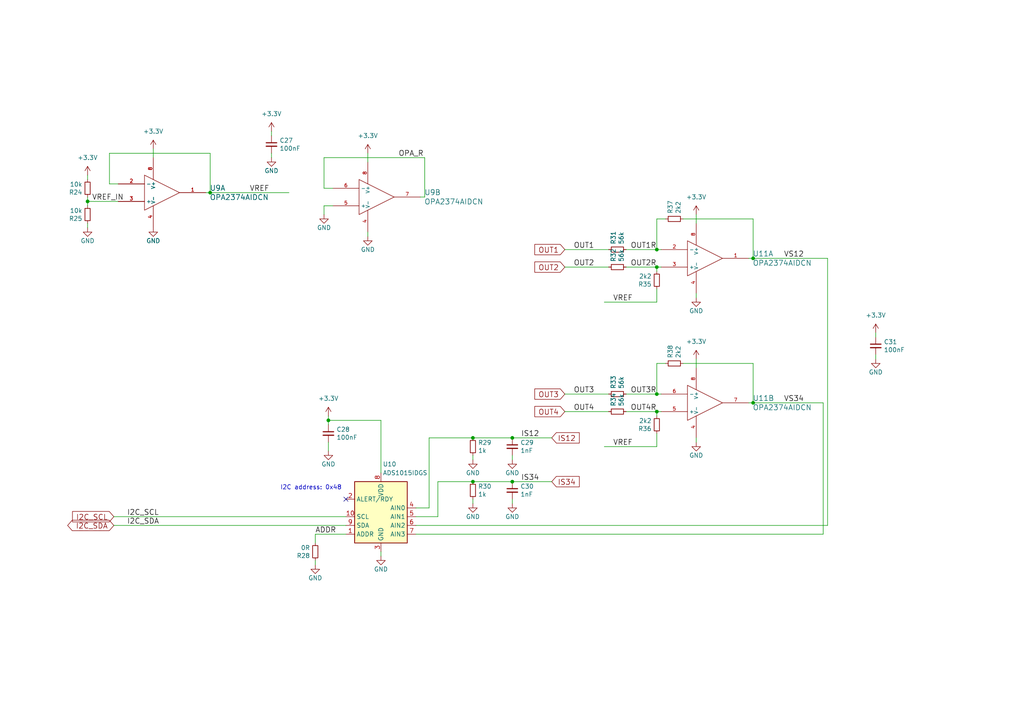
<source format=kicad_sch>
(kicad_sch (version 20211123) (generator eeschema)
  (paper "A4")
  (title_block (title "CyphalRobotController07/CAN") (date "2024-01-25") (rev "0.2") (company "generationmake") (comment 4 "This documentation describes Open Hardware and is licensed under the CERN OHL v. 1.2."))
  (lib_symbols
    (symbol "Analog_ADC:ADS1015IDGS"
      (property "Reference" "U" (at 2.54 13.97 0))
      (property "Value" "ADS1015IDGS" (at 7.62 11.43 0))
      (symbol "ADS1015IDGS_0_1"
        (rectangle (start -7.62 10.16) (end 7.62 -7.62) (stroke (width 0.254)) (fill (type background)))
      )
      (symbol "ADS1015IDGS_1_1"
        (pin input line (at 10.16 -5.08 180) (length 2.54) (name "ADDR") (number "1"))
        (pin input line (at 10.16 0 180) (length 2.54) (name "SCL") (number "10"))
        (pin output line (at 10.16 5.08 180) (length 2.54) (name "ALERT/RDY") (number "2"))
        (pin power_in line (at 0 -10.16 90) (length 2.54) (name "GND") (number "3"))
        (pin input line (at -10.16 2.54 0) (length 2.54) (name "AIN0") (number "4"))
        (pin input line (at -10.16 0 0) (length 2.54) (name "AIN1") (number "5"))
        (pin input line (at -10.16 -2.54 0) (length 2.54) (name "AIN2") (number "6"))
        (pin input line (at -10.16 -5.08 0) (length 2.54) (name "AIN3") (number "7"))
        (pin power_in line (at 0 12.7 270) (length 2.54) (name "VDD") (number "8"))
        (pin bidirectional line (at 10.16 -2.54 180) (length 2.54) (name "SDA") (number "9"))
      )
    )
    (symbol "Device:C_Small" (pin_numbers hide) (pin_names (offset 0.254) hide)
      (property "Reference" "C" (at 0.254 1.778 0))
      (property "Value" "C_Small" (at 0.254 -2.032 0))
      (symbol "C_Small_0_1"
        (polyline (pts (xy -1.524 -0.508) (xy 1.524 -0.508)) (stroke (width 0.3302)))
        (polyline (pts (xy -1.524 0.508) (xy 1.524 0.508)) (stroke (width 0.3048)))
      )
      (symbol "C_Small_1_1"
        (pin passive line (at 0 2.54 270) (length 2.032) (name "~") (number "1"))
        (pin passive line (at 0 -2.54 90) (length 2.032) (name "~") (number "2"))
      )
    )
    (symbol "Device:R_Small" (pin_numbers hide) (pin_names (offset 0.254) hide)
      (property "Reference" "R" (at 0.762 0.508 0))
      (property "Value" "R_Small" (at 0.762 -1.016 0))
      (symbol "R_Small_0_1"
        (rectangle (start -0.762 1.778) (end 0.762 -1.778) (stroke (width 0.2032)))
      )
      (symbol "R_Small_1_1"
        (pin passive line (at 0 2.54 270) (length 0.762) (name "~") (number "1"))
        (pin passive line (at 0 -2.54 90) (length 0.762) (name "~") (number "2"))
      )
    )
    (symbol "OpenCyphalRobotController07-rescue:OPA2374AIDCN-opamps"
      (property "Reference" "U" (at -1.27 5.08 0))
      (property "Value" "OPA2374AIDCN-opamps" (at -1.27 -6.35 0))
      (symbol "OPA2374AIDCN-opamps_0_1"
        (polyline (pts (xy -5.08 5.08) (xy 5.08 0) (xy -5.08 -5.08) (xy -5.08 5.08)) (stroke (width 0.1524)))
        (pin power_in line (at -2.54 -10.16 90) (length 6.35) (name "V-") (number "4"))
        (pin power_in line (at -2.54 10.16 270) (length 6.35) (name "V+") (number "8"))
      )
      (symbol "OPA2374AIDCN-opamps_1_1"
        (pin output line (at 12.7 0 180) (length 7.62) (name "~") (number "1"))
        (pin input line (at -12.7 2.54 0) (length 7.62) (name "-") (number "2"))
        (pin input line (at -12.7 -2.54 0) (length 7.62) (name "+") (number "3"))
      )
      (symbol "OPA2374AIDCN-opamps_2_1"
        (pin input line (at -12.7 -2.54 0) (length 7.62) (name "+") (number "5"))
        (pin input line (at -12.7 2.54 0) (length 7.62) (name "-") (number "6"))
        (pin output line (at 12.7 0 180) (length 7.62) (name "~") (number "7"))
      )
    )
    (symbol "power:+3.3V" (power) (pin_names (offset 0))
      (property "Value" "+3.3V" (at 0 3.556 0))
      (symbol "+3.3V_0_1"
        (polyline (pts (xy -0.762 1.27) (xy 0 2.54)))
        (polyline (pts (xy 0 0) (xy 0 2.54)))
        (polyline (pts (xy 0 2.54) (xy 0.762 1.27)))
      )
      (symbol "+3.3V_1_1"
        (pin power_in line (at 0 0 90) (length 0) hide (name "+3.3V") (number "1"))
      )
    )
    (symbol "power:GND" (power) (pin_names (offset 0))
      (property "Value" "GND" (at 0 -3.81 0))
      (symbol "GND_0_1"
        (polyline (pts (xy 0 0) (xy 0 -1.27) (xy 1.27 -1.27) (xy 0 -2.54) (xy -1.27 -1.27) (xy 0 -1.27)))
      )
      (symbol "GND_1_1"
        (pin power_in line (at 0 0 270) (length 0) hide (name "GND") (number "1"))
      )
    )
  )
  (junction (at 137.16 139.7))
  (junction (at 218.44 116.84))
  (junction (at 95.25 121.92))
  (junction (at 25.4 58.42))
  (junction (at 60.96 55.88))
  (junction (at 190.5 72.39))
  (junction (at 218.44 74.93))
  (junction (at 190.5 77.47))
  (junction (at 137.16 127))
  (junction (at 190.5 114.3))
  (junction (at 190.5 119.38))
  (junction (at 148.59 139.7))
  (junction (at 148.59 127))
  (no_connect (at 100.33 144.78))
  (wire (pts (xy 60.96 44.45) (xy 60.96 55.88)))
  (wire (pts (xy 201.93 106.68) (xy 201.93 104.14)))
  (wire (pts (xy 163.83 119.38) (xy 176.53 119.38)))
  (wire (pts (xy 120.65 149.86) (xy 127 149.86)))
  (wire (pts (xy 95.25 128.27) (xy 95.25 130.81)))
  (wire (pts (xy 33.02 152.4) (xy 100.33 152.4)))
  (wire (pts (xy 198.12 63.5) (xy 218.44 63.5)))
  (wire (pts (xy 163.83 77.47) (xy 176.53 77.47)))
  (wire (pts (xy 25.4 50.8) (xy 25.4 52.07)))
  (wire (pts (xy 123.19 45.72) (xy 93.98 45.72)))
  (wire (pts (xy 137.16 127) (xy 148.59 127)))
  (wire (pts (xy 148.59 127) (xy 160.02 127)))
  (wire (pts (xy 60.96 55.88) (xy 59.69 55.88)))
  (wire (pts (xy 148.59 144.78) (xy 148.59 146.05)))
  (wire (pts (xy 218.44 116.84) (xy 217.17 116.84)))
  (wire (pts (xy 193.04 105.41) (xy 190.5 105.41)))
  (wire (pts (xy 95.25 121.92) (xy 95.25 123.19)))
  (wire (pts (xy 31.75 53.34) (xy 31.75 44.45)))
  (wire (pts (xy 240.03 152.4) (xy 240.03 74.93)))
  (wire (pts (xy 91.44 162.56) (xy 91.44 163.83)))
  (wire (pts (xy 191.77 72.39) (xy 190.5 72.39)))
  (wire (pts (xy 254 102.87) (xy 254 104.14)))
  (wire (pts (xy 163.83 114.3) (xy 176.53 114.3)))
  (wire (pts (xy 190.5 77.47) (xy 191.77 77.47)))
  (wire (pts (xy 201.93 64.77) (xy 201.93 62.23)))
  (wire (pts (xy 100.33 154.94) (xy 91.44 154.94)))
  (wire (pts (xy 110.49 137.16) (xy 110.49 121.92)))
  (wire (pts (xy 254 96.52) (xy 254 97.79)))
  (wire (pts (xy 190.5 129.54) (xy 190.5 125.73)))
  (wire (pts (xy 181.61 119.38) (xy 190.5 119.38)))
  (wire (pts (xy 190.5 119.38) (xy 191.77 119.38)))
  (wire (pts (xy 201.93 128.27) (xy 201.93 127)))
  (wire (pts (xy 106.68 46.99) (xy 106.68 44.45)))
  (wire (pts (xy 106.68 67.31) (xy 106.68 68.58)))
  (wire (pts (xy 190.5 87.63) (xy 190.5 83.82)))
  (wire (pts (xy 34.29 58.42) (xy 25.4 58.42)))
  (wire (pts (xy 78.74 38.1) (xy 78.74 39.37)))
  (wire (pts (xy 124.46 127) (xy 137.16 127)))
  (wire (pts (xy 190.5 105.41) (xy 190.5 114.3)))
  (wire (pts (xy 218.44 116.84) (xy 238.76 116.84)))
  (wire (pts (xy 148.59 139.7) (xy 160.02 139.7)))
  (wire (pts (xy 93.98 59.69) (xy 93.98 62.23)))
  (wire (pts (xy 95.25 120.65) (xy 95.25 121.92)))
  (wire (pts (xy 124.46 147.32) (xy 124.46 127)))
  (wire (pts (xy 110.49 121.92) (xy 95.25 121.92)))
  (wire (pts (xy 218.44 74.93) (xy 240.03 74.93)))
  (wire (pts (xy 191.77 114.3) (xy 190.5 114.3)))
  (wire (pts (xy 60.96 44.45) (xy 31.75 44.45)))
  (wire (pts (xy 198.12 105.41) (xy 218.44 105.41)))
  (wire (pts (xy 25.4 57.15) (xy 25.4 58.42)))
  (wire (pts (xy 91.44 154.94) (xy 91.44 157.48)))
  (wire (pts (xy 25.4 64.77) (xy 25.4 66.04)))
  (wire (pts (xy 201.93 86.36) (xy 201.93 85.09)))
  (wire (pts (xy 238.76 116.84) (xy 238.76 154.94)))
  (wire (pts (xy 137.16 144.78) (xy 137.16 146.05)))
  (wire (pts (xy 127 149.86) (xy 127 139.7)))
  (wire (pts (xy 148.59 132.08) (xy 148.59 133.35)))
  (wire (pts (xy 34.29 53.34) (xy 31.75 53.34)))
  (wire (pts (xy 190.5 63.5) (xy 190.5 72.39)))
  (wire (pts (xy 33.02 149.86) (xy 100.33 149.86)))
  (wire (pts (xy 175.26 87.63) (xy 190.5 87.63)))
  (wire (pts (xy 120.65 147.32) (xy 124.46 147.32)))
  (wire (pts (xy 175.26 129.54) (xy 190.5 129.54)))
  (wire (pts (xy 218.44 74.93) (xy 217.17 74.93)))
  (wire (pts (xy 60.96 55.88) (xy 83.82 55.88)))
  (wire (pts (xy 127 139.7) (xy 137.16 139.7)))
  (wire (pts (xy 110.49 160.02) (xy 110.49 161.29)))
  (wire (pts (xy 93.98 45.72) (xy 93.98 54.61)))
  (wire (pts (xy 190.5 114.3) (xy 181.61 114.3)))
  (wire (pts (xy 193.04 63.5) (xy 190.5 63.5)))
  (wire (pts (xy 121.92 57.15) (xy 123.19 57.15)))
  (wire (pts (xy 25.4 58.42) (xy 25.4 59.69)))
  (wire (pts (xy 218.44 63.5) (xy 218.44 74.93)))
  (wire (pts (xy 96.52 59.69) (xy 93.98 59.69)))
  (wire (pts (xy 78.74 44.45) (xy 78.74 45.72)))
  (wire (pts (xy 190.5 120.65) (xy 190.5 119.38)))
  (wire (pts (xy 137.16 132.08) (xy 137.16 133.35)))
  (wire (pts (xy 120.65 152.4) (xy 240.03 152.4)))
  (wire (pts (xy 123.19 57.15) (xy 123.19 45.72)))
  (wire (pts (xy 137.16 139.7) (xy 148.59 139.7)))
  (wire (pts (xy 93.98 54.61) (xy 96.52 54.61)))
  (wire (pts (xy 181.61 77.47) (xy 190.5 77.47)))
  (wire (pts (xy 44.45 43.18) (xy 44.45 45.72)))
  (wire (pts (xy 218.44 105.41) (xy 218.44 116.84)))
  (wire (pts (xy 163.83 72.39) (xy 176.53 72.39)))
  (wire (pts (xy 120.65 154.94) (xy 238.76 154.94)))
  (wire (pts (xy 190.5 72.39) (xy 181.61 72.39)))
  (wire (pts (xy 190.5 78.74) (xy 190.5 77.47)))
  (text "I2C address: 0x48" (at 81.28 142.24 0) (effects (font (size 1.27 1.27)) (justify left bottom)))
  (label "VREF" (at 177.8 87.63 0) (effects (font (size 1.524 1.524))))
  (label "OUT3R" (at 182.88 114.3 0) (effects (font (size 1.524 1.524))))
  (label "OUT2R" (at 182.88 77.47 0) (effects (font (size 1.524 1.524))))
  (label "VREF" (at 72.39 55.88 0) (effects (font (size 1.524 1.524))))
  (label "IS34" (at 151.13 139.7 0) (effects (font (size 1.524 1.524))))
  (label "OUT4R" (at 182.88 119.38 0) (effects (font (size 1.524 1.524))))
  (label "I2C_SCL" (at 36.83 149.86 0) (effects (font (size 1.524 1.524))))
  (label "IS12" (at 151.13 127 0) (effects (font (size 1.524 1.524))))
  (label "VREF_IN" (at 26.67 58.42 0) (effects (font (size 1.524 1.524))))
  (label "VS12" (at 227.33 74.93 0) (effects (font (size 1.524 1.524))))
  (label "OPA_R" (at 115.57 45.72 0) (effects (font (size 1.524 1.524))))
  (label "OUT4" (at 166.37 119.38 0) (effects (font (size 1.524 1.524))))
  (label "OUT3" (at 166.37 114.3 0) (effects (font (size 1.524 1.524))))
  (label "ADDR" (at 91.44 154.94 0) (effects (font (size 1.524 1.524))))
  (label "OUT2" (at 166.37 77.47 0) (effects (font (size 1.524 1.524))))
  (label "VREF" (at 177.8 129.54 0) (effects (font (size 1.524 1.524))))
  (label "VS34" (at 227.33 116.84 0) (effects (font (size 1.524 1.524))))
  (label "I2C_SDA" (at 36.83 152.4 0) (effects (font (size 1.524 1.524))))
  (label "OUT1R" (at 182.88 72.39 0) (effects (font (size 1.524 1.524))))
  (label "OUT1" (at 166.37 72.39 0) (effects (font (size 1.524 1.524))))
  (global_label "OUT2" (shape input) (at 163.83 77.47 180) (effects (font (size 1.524 1.524))) (property "Referenzen zwischen Schaltplänen" "${INTERSHEET_REFS}" (effects hide)))
  (global_label "OUT3" (shape input) (at 163.83 114.3 180) (effects (font (size 1.524 1.524))) (property "Referenzen zwischen Schaltplänen" "${INTERSHEET_REFS}" (effects hide)))
  (global_label "I2C_SCL" (shape input) (at 33.02 149.86 180) (effects (font (size 1.524 1.524))) (property "Referenzen zwischen Schaltplänen" "${INTERSHEET_REFS}" (effects hide)))
  (global_label "OUT4" (shape input) (at 163.83 119.38 180) (effects (font (size 1.524 1.524))) (property "Referenzen zwischen Schaltplänen" "${INTERSHEET_REFS}" (effects hide)))
  (global_label "IS34" (shape input) (at 160.02 139.7 0) (effects (font (size 1.524 1.524))) (property "Referenzen zwischen Schaltplänen" "${INTERSHEET_REFS}" (effects hide)))
  (global_label "IS12" (shape input) (at 160.02 127 0) (effects (font (size 1.524 1.524))) (property "Referenzen zwischen Schaltplänen" "${INTERSHEET_REFS}" (effects hide)))
  (global_label "I2C_SDA" (shape bidirectional) (at 33.02 152.4 180) (effects (font (size 1.524 1.524))) (property "Referenzen zwischen Schaltplänen" "${INTERSHEET_REFS}" (effects hide)))
  (global_label "OUT1" (shape input) (at 163.83 72.39 180) (effects (font (size 1.524 1.524))) (property "Referenzen zwischen Schaltplänen" "${INTERSHEET_REFS}" (effects hide)))
  (symbol (lib_id "power:GND") (at 106.68 68.58 0) (unit 1)
    (property "Reference" "#PWR083" (effects hide))
    (property "Value" "GND" (at 106.68 72.39 0))
  )
  (symbol (lib_id "power:GND") (at 93.98 62.23 0) (unit 1)
    (property "Reference" "#PWR079" (effects hide))
    (property "Value" "GND" (at 93.98 66.04 0))
  )
  (symbol (lib_id "OpenCyphalRobotController07-rescue:OPA2374AIDCN-opamps") (at 46.99 55.88 0) (unit 1)
    (property "Reference" "U9" (at 60.8076 54.5338 0) (effects (font (size 1.524 1.524)) (justify left)))
    (property "Value" "OPA2374AIDCN" (at 60.8076 57.2262 0) (effects (font (size 1.524 1.524)) (justify left)))
    (property "Footprint" "Package_SO:SOIC-8_3.9x4.9mm_P1.27mm" (effects hide))
  )
  (symbol (lib_id "OpenCyphalRobotController07-rescue:OPA2374AIDCN-opamps") (at 109.22 57.15 0) (unit 2)
    (property "Reference" "U9" (at 123.0376 55.8038 0) (effects (font (size 1.524 1.524)) (justify left)))
    (property "Value" "OPA2374AIDCN" (at 123.0376 58.4962 0) (effects (font (size 1.524 1.524)) (justify left)))
    (property "Footprint" "Package_SO:SOIC-8_3.9x4.9mm_P1.27mm" (effects hide))
  )
  (symbol (lib_id "OpenCyphalRobotController07-rescue:OPA2374AIDCN-opamps") (at 204.47 74.93 0) (unit 1)
    (property "Reference" "U11" (at 218.2876 73.5838 0) (effects (font (size 1.524 1.524)) (justify left)))
    (property "Value" "OPA2374AIDCN" (at 218.2876 76.2762 0) (effects (font (size 1.524 1.524)) (justify left)))
    (property "Footprint" "Package_SO:SOIC-8_3.9x4.9mm_P1.27mm" (effects hide))
  )
  (symbol (lib_id "OpenCyphalRobotController07-rescue:OPA2374AIDCN-opamps") (at 204.47 116.84 0) (unit 2)
    (property "Reference" "U11" (at 218.2876 115.4938 0) (effects (font (size 1.524 1.524)) (justify left)))
    (property "Value" "OPA2374AIDCN" (at 218.2876 118.1862 0) (effects (font (size 1.524 1.524)) (justify left)))
    (property "Footprint" "Package_SO:SOIC-8_3.9x4.9mm_P1.27mm" (effects hide))
  )
  (symbol (lib_id "power:GND") (at 44.45 66.04 0) (unit 1)
    (property "Reference" "#PWR073" (effects hide))
    (property "Value" "GND" (at 44.45 69.85 0))
  )
  (symbol (lib_id "Device:R_Small") (at 25.4 54.61 180) (unit 1)
    (property "Reference" "R24" (at 23.9014 55.7784 0) (effects (justify left)))
    (property "Value" "10k" (at 23.9014 53.467 0) (effects (justify left)))
    (property "Footprint" "Resistor_SMD:R_0603_1608Metric" (effects hide))
  )
  (symbol (lib_id "Device:R_Small") (at 25.4 62.23 180) (unit 1)
    (property "Reference" "R25" (at 23.9014 63.3984 0) (effects (justify left)))
    (property "Value" "10k" (at 23.9014 61.087 0) (effects (justify left)))
    (property "Footprint" "Resistor_SMD:R_0603_1608Metric" (effects hide))
  )
  (symbol (lib_id "power:GND") (at 25.4 66.04 0) (unit 1)
    (property "Reference" "#PWR071" (effects hide))
    (property "Value" "GND" (at 25.4 69.85 0))
  )
  (symbol (lib_id "Device:R_Small") (at 190.5 81.28 180) (unit 1)
    (property "Reference" "R35" (at 189.0014 82.4484 0) (effects (justify left)))
    (property "Value" "2k2" (at 189.0014 80.137 0) (effects (justify left)))
    (property "Footprint" "Resistor_SMD:R_0603_1608Metric" (effects hide))
  )
  (symbol (lib_id "Device:R_Small") (at 179.07 77.47 90) (unit 1)
    (property "Reference" "R32" (at 177.9016 75.9714 0) (effects (justify left)))
    (property "Value" "56k" (at 180.213 75.9714 0) (effects (justify left)))
    (property "Footprint" "Resistor_SMD:R_0603_1608Metric" (effects hide))
  )
  (symbol (lib_id "Device:C_Small") (at 95.25 125.73 0) (unit 1)
    (property "Reference" "C28" (at 97.5868 124.5616 0) (effects (justify left)))
    (property "Value" "100nF" (at 97.5868 126.873 0) (effects (justify left)))
    (property "Footprint" "Capacitor_SMD:C_0603_1608Metric" (effects hide))
  )
  (symbol (lib_id "Device:R_Small") (at 179.07 72.39 90) (unit 1)
    (property "Reference" "R31" (at 177.9016 70.8914 0) (effects (justify left)))
    (property "Value" "56k" (at 180.213 70.8914 0) (effects (justify left)))
    (property "Footprint" "Resistor_SMD:R_0603_1608Metric" (effects hide))
  )
  (symbol (lib_id "Device:R_Small") (at 195.58 63.5 90) (unit 1)
    (property "Reference" "R37" (at 194.4116 62.0014 0) (effects (justify left)))
    (property "Value" "2k2" (at 196.723 62.0014 0) (effects (justify left)))
    (property "Footprint" "Resistor_SMD:R_0603_1608Metric" (effects hide))
  )
  (symbol (lib_id "power:GND") (at 95.25 130.81 0) (unit 1)
    (property "Reference" "#PWR081" (effects hide))
    (property "Value" "GND" (at 95.25 134.62 0))
  )
  (symbol (lib_id "Device:C_Small") (at 78.74 41.91 0) (unit 1)
    (property "Reference" "C27" (at 81.0768 40.7416 0) (effects (justify left)))
    (property "Value" "100nF" (at 81.0768 43.053 0) (effects (justify left)))
    (property "Footprint" "Capacitor_SMD:C_0603_1608Metric" (effects hide))
  )
  (symbol (lib_id "power:GND") (at 78.74 45.72 0) (unit 1)
    (property "Reference" "#PWR077" (effects hide))
    (property "Value" "GND" (at 78.74 49.53 0))
  )
  (symbol (lib_id "power:GND") (at 201.93 86.36 0) (unit 1)
    (property "Reference" "#PWR090" (effects hide))
    (property "Value" "GND" (at 201.93 90.17 0))
  )
  (symbol (lib_id "Device:C_Small") (at 254 100.33 0) (unit 1)
    (property "Reference" "C31" (at 256.3368 99.1616 0) (effects (justify left)))
    (property "Value" "100nF" (at 256.3368 101.473 0) (effects (justify left)))
    (property "Footprint" "Capacitor_SMD:C_0603_1608Metric" (effects hide))
  )
  (symbol (lib_id "power:GND") (at 254 104.14 0) (unit 1)
    (property "Reference" "#PWR094" (effects hide))
    (property "Value" "GND" (at 254 107.95 0))
  )
  (symbol (lib_id "Device:R_Small") (at 190.5 123.19 180) (unit 1)
    (property "Reference" "R36" (at 189.0014 124.3584 0) (effects (justify left)))
    (property "Value" "2k2" (at 189.0014 122.047 0) (effects (justify left)))
    (property "Footprint" "Resistor_SMD:R_0603_1608Metric" (effects hide))
  )
  (symbol (lib_id "Device:R_Small") (at 179.07 119.38 90) (unit 1)
    (property "Reference" "R34" (at 177.9016 117.8814 0) (effects (justify left)))
    (property "Value" "56k" (at 180.213 117.8814 0) (effects (justify left)))
    (property "Footprint" "Resistor_SMD:R_0603_1608Metric" (effects hide))
  )
  (symbol (lib_id "Device:R_Small") (at 179.07 114.3 90) (unit 1)
    (property "Reference" "R33" (at 177.9016 112.8014 0) (effects (justify left)))
    (property "Value" "56k" (at 180.213 112.8014 0) (effects (justify left)))
    (property "Footprint" "Resistor_SMD:R_0603_1608Metric" (effects hide))
  )
  (symbol (lib_id "Device:R_Small") (at 195.58 105.41 90) (unit 1)
    (property "Reference" "R38" (at 194.4116 103.9114 0) (effects (justify left)))
    (property "Value" "2k2" (at 196.723 103.9114 0) (effects (justify left)))
    (property "Footprint" "Resistor_SMD:R_0603_1608Metric" (effects hide))
  )
  (symbol (lib_id "power:GND") (at 201.93 128.27 0) (unit 1)
    (property "Reference" "#PWR092" (effects hide))
    (property "Value" "GND" (at 201.93 132.08 0))
  )
  (symbol (lib_id "Device:R_Small") (at 91.44 160.02 180) (unit 1)
    (property "Reference" "R28" (at 89.9414 161.1884 0) (effects (justify left)))
    (property "Value" "0R" (at 89.9414 158.877 0) (effects (justify left)))
    (property "Footprint" "Resistor_SMD:R_0603_1608Metric" (effects hide))
  )
  (symbol (lib_id "Device:R_Small") (at 137.16 142.24 0) (unit 1)
    (property "Reference" "R30" (at 138.6586 141.0716 0) (effects (justify left)))
    (property "Value" "1k" (at 138.6586 143.383 0) (effects (justify left)))
    (property "Footprint" "Resistor_SMD:R_0603_1608Metric" (effects hide))
  )
  (symbol (lib_id "Device:C_Small") (at 148.59 142.24 0) (unit 1)
    (property "Reference" "C30" (at 150.9268 141.0716 0) (effects (justify left)))
    (property "Value" "1nF" (at 150.9268 143.383 0) (effects (justify left)))
    (property "Footprint" "Capacitor_SMD:C_0603_1608Metric" (effects hide))
  )
  (symbol (lib_id "power:GND") (at 137.16 146.05 0) (unit 1)
    (property "Reference" "#PWR086" (effects hide))
    (property "Value" "GND" (at 137.16 149.86 0))
  )
  (symbol (lib_id "power:GND") (at 148.59 146.05 0) (unit 1)
    (property "Reference" "#PWR088" (effects hide))
    (property "Value" "GND" (at 148.59 149.86 0))
  )
  (symbol (lib_id "Device:R_Small") (at 137.16 129.54 0) (unit 1)
    (property "Reference" "R29" (at 138.6586 128.3716 0) (effects (justify left)))
    (property "Value" "1k" (at 138.6586 130.683 0) (effects (justify left)))
    (property "Footprint" "Resistor_SMD:R_0603_1608Metric" (effects hide))
  )
  (symbol (lib_id "Device:C_Small") (at 148.59 129.54 0) (unit 1)
    (property "Reference" "C29" (at 150.9268 128.3716 0) (effects (justify left)))
    (property "Value" "1nF" (at 150.9268 130.683 0) (effects (justify left)))
    (property "Footprint" "Capacitor_SMD:C_0603_1608Metric" (effects hide))
  )
  (symbol (lib_id "power:GND") (at 137.16 133.35 0) (unit 1)
    (property "Reference" "#PWR085" (effects hide))
    (property "Value" "GND" (at 137.16 137.16 0))
  )
  (symbol (lib_id "power:GND") (at 148.59 133.35 0) (unit 1)
    (property "Reference" "#PWR087" (effects hide))
    (property "Value" "GND" (at 148.59 137.16 0))
  )
  (symbol (lib_id "power:+3.3V") (at 201.93 62.23 0) (unit 1)
    (property "Reference" "#PWR0151" (effects hide))
    (property "Value" "+3.3V" (at 201.93 57.15 0))
  )
  (symbol (lib_id "power:+3.3V") (at 95.25 120.65 0) (unit 1)
    (property "Reference" "#PWR0139" (effects hide))
    (property "Value" "+3.3V" (at 95.25 115.57 0))
  )
  (symbol (lib_id "power:+3.3V") (at 201.93 104.14 0) (unit 1)
    (property "Reference" "#PWR0140" (effects hide))
    (property "Value" "+3.3V" (at 201.93 99.06 0))
  )
  (symbol (lib_id "power:+3.3V") (at 106.68 44.45 0) (unit 1)
    (property "Reference" "#PWR0150" (effects hide))
    (property "Value" "+3.3V" (at 106.68 39.37 0))
  )
  (symbol (lib_id "power:+3.3V") (at 254 96.52 0) (unit 1)
    (property "Reference" "#PWR0141" (effects hide))
    (property "Value" "+3.3V" (at 254 91.44 0))
  )
  (symbol (lib_id "power:+3.3V") (at 78.74 38.1 0) (unit 1)
    (property "Reference" "#PWR0146" (effects hide))
    (property "Value" "+3.3V" (at 78.74 33.02 0))
  )
  (symbol (lib_id "power:+3.3V") (at 44.45 43.18 0) (unit 1)
    (property "Reference" "#PWR0149" (effects hide))
    (property "Value" "+3.3V" (at 44.45 38.1 0))
  )
  (symbol (lib_id "Analog_ADC:ADS1015IDGS") (at 110.49 149.86 0) (mirror y) (unit 1)
    (property "Reference" "U10" (at 111.0106 134.62 0) (effects (justify right)))
    (property "Value" "ADS1015IDGS" (at 111.0106 137.16 0) (effects (justify right)))
    (property "Footprint" "Package_SO:TSSOP-10_3x3mm_P0.5mm" (effects hide))
    (property "Datasheet" "http://www.ti.com/lit/ds/symlink/ads1015.pdf" (effects hide))
  )
  (symbol (lib_id "power:GND") (at 91.44 163.83 0) (unit 1)
    (property "Reference" "#PWR078" (effects hide))
    (property "Value" "GND" (at 91.44 167.64 0))
  )
  (symbol (lib_id "power:GND") (at 110.49 161.29 0) (unit 1)
    (property "Reference" "#PWR084" (effects hide))
    (property "Value" "GND" (at 110.49 165.1 0))
  )
  (symbol (lib_id "power:+3.3V") (at 25.4 50.8 0) (unit 1)
    (property "Reference" "#PWR0148" (effects hide))
    (property "Value" "+3.3V" (at 25.4 45.72 0))
  )
)
</source>
